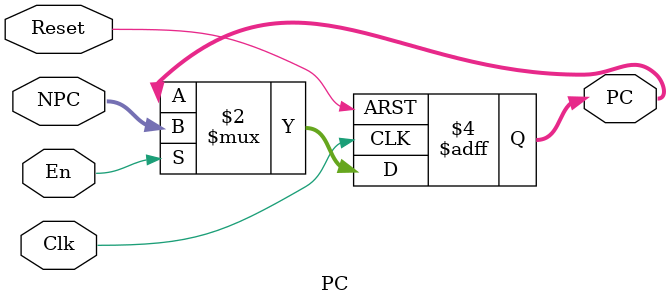
<source format=v>
`timescale 1ns / 1ps
`include "head.v"

module PC(
    input Reset,
    input Clk,
	 input En,
    input [31:0] NPC,
    output reg [31:0] PC
    );
	 
	 always @(posedge Clk, posedge Reset)
	 begin
		if (Reset)
			begin
				PC <= 32'h00003000;
			end
		else
			begin
				if (En)
					begin
						PC <= NPC;
					end
			end
	 end

endmodule

</source>
